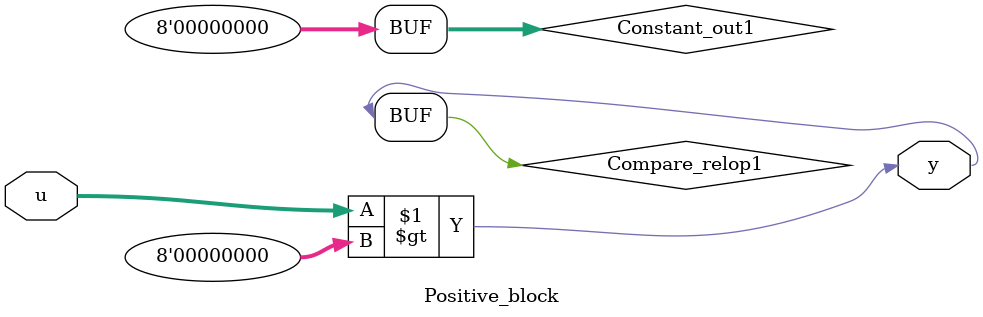
<source format=v>



`timescale 1 ns / 1 ns

module Positive_block
          (u,
           y);


  input   [7:0] u;  // uint8
  output  y;


  wire [7:0] Constant_out1;  // uint8
  wire Compare_relop1;


  assign Constant_out1 = 8'b00000000;



  assign Compare_relop1 = u > Constant_out1;



  assign y = Compare_relop1;

endmodule  // Positive_block


</source>
